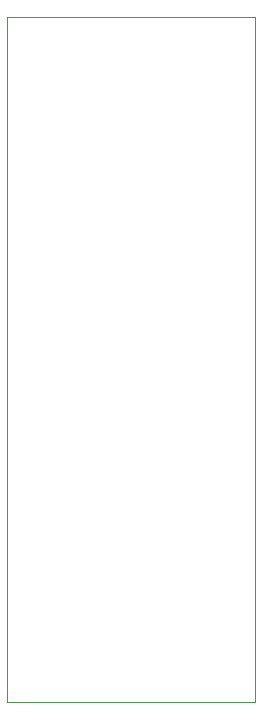
<source format=gbr>
%TF.GenerationSoftware,KiCad,Pcbnew,(6.0.11)*%
%TF.CreationDate,2024-08-13T15:35:31-05:00*%
%TF.ProjectId,PicoAlt,5069636f-416c-4742-9e6b-696361645f70,rev?*%
%TF.SameCoordinates,Original*%
%TF.FileFunction,Profile,NP*%
%FSLAX46Y46*%
G04 Gerber Fmt 4.6, Leading zero omitted, Abs format (unit mm)*
G04 Created by KiCad (PCBNEW (6.0.11)) date 2024-08-13 15:35:31*
%MOMM*%
%LPD*%
G01*
G04 APERTURE LIST*
%TA.AperFunction,Profile*%
%ADD10C,0.100000*%
%TD*%
G04 APERTURE END LIST*
D10*
X138000000Y-129000000D02*
X138000000Y-71000000D01*
X159000000Y-129000000D02*
X138000000Y-129000000D01*
X138000000Y-71000000D02*
X159000000Y-71000000D01*
X159000000Y-71000000D02*
X159000000Y-129000000D01*
M02*

</source>
